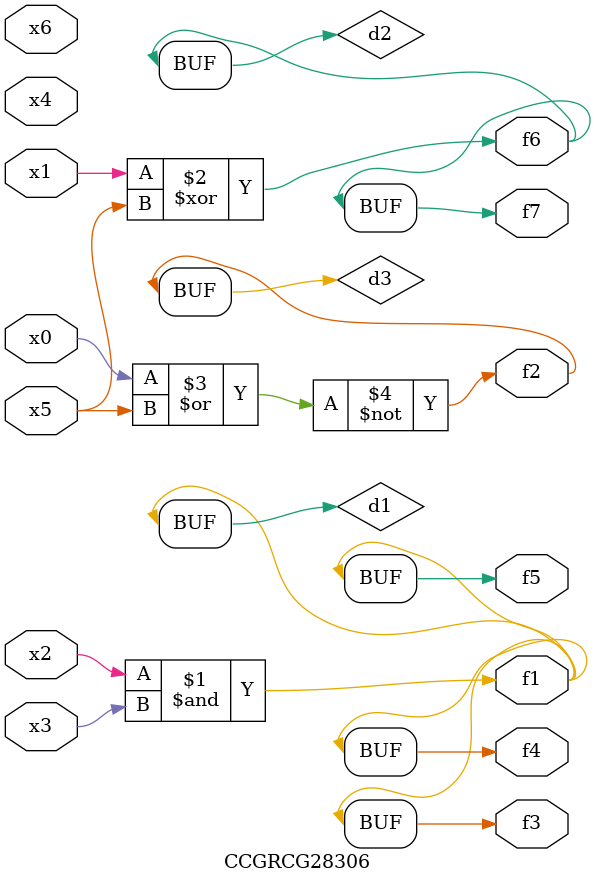
<source format=v>
module CCGRCG28306(
	input x0, x1, x2, x3, x4, x5, x6,
	output f1, f2, f3, f4, f5, f6, f7
);

	wire d1, d2, d3;

	and (d1, x2, x3);
	xor (d2, x1, x5);
	nor (d3, x0, x5);
	assign f1 = d1;
	assign f2 = d3;
	assign f3 = d1;
	assign f4 = d1;
	assign f5 = d1;
	assign f6 = d2;
	assign f7 = d2;
endmodule

</source>
